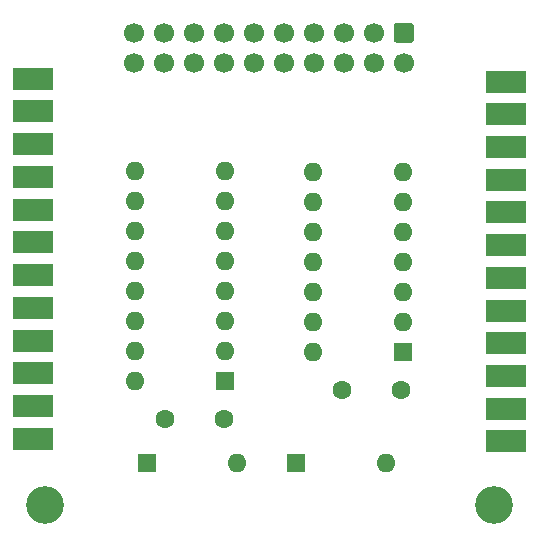
<source format=gbr>
%TF.GenerationSoftware,KiCad,Pcbnew,(5.1.9)-1*%
%TF.CreationDate,2021-07-27T22:16:15-04:00*%
%TF.ProjectId,Amiga2MacFloppy,416d6967-6132-44d6-9163-466c6f707079,1.0*%
%TF.SameCoordinates,Original*%
%TF.FileFunction,Soldermask,Top*%
%TF.FilePolarity,Negative*%
%FSLAX46Y46*%
G04 Gerber Fmt 4.6, Leading zero omitted, Abs format (unit mm)*
G04 Created by KiCad (PCBNEW (5.1.9)-1) date 2021-07-27 22:16:15*
%MOMM*%
%LPD*%
G01*
G04 APERTURE LIST*
%ADD10R,3.480000X1.846667*%
%ADD11O,1.600000X1.600000*%
%ADD12R,1.600000X1.600000*%
%ADD13C,1.600000*%
%ADD14C,3.200000*%
%ADD15C,1.700000*%
G04 APERTURE END LIST*
D10*
%TO.C,J3*%
X158468000Y-120289000D03*
X158468000Y-117519000D03*
X158468000Y-114749000D03*
X158468000Y-111979000D03*
X158468000Y-109209000D03*
X158468000Y-106439000D03*
X158468000Y-103669000D03*
X158468000Y-100899000D03*
X158468000Y-98129000D03*
X158468000Y-95359000D03*
X158468000Y-92589000D03*
X158468000Y-89819000D03*
%TD*%
%TO.C,J1*%
X118444000Y-89580000D03*
X118444000Y-92350000D03*
X118444000Y-95120000D03*
X118444000Y-97890000D03*
X118444000Y-100660000D03*
X118444000Y-103430000D03*
X118444000Y-106200000D03*
X118444000Y-108970000D03*
X118444000Y-111740000D03*
X118444000Y-114510000D03*
X118444000Y-117280000D03*
X118444000Y-120050000D03*
%TD*%
D11*
%TO.C,D2*%
X148288000Y-122093000D03*
D12*
X140668000Y-122093000D03*
%TD*%
D11*
%TO.C,D1*%
X135688000Y-122093000D03*
D12*
X128068000Y-122093000D03*
%TD*%
D13*
%TO.C,C1*%
X134568000Y-118393000D03*
X129568000Y-118393000D03*
%TD*%
%TO.C,C2*%
X149568000Y-115893000D03*
X144568000Y-115893000D03*
%TD*%
D14*
%TO.C,Hole2*%
X157468000Y-125693000D03*
%TD*%
%TO.C,Hole1*%
X119468000Y-125693000D03*
%TD*%
D15*
%TO.C,J2*%
X126940000Y-88233000D03*
X129480000Y-88233000D03*
X132020000Y-88233000D03*
X134560000Y-88233000D03*
X137100000Y-88233000D03*
X139640000Y-88233000D03*
X142180000Y-88233000D03*
X144720000Y-88233000D03*
X147260000Y-88233000D03*
X149800000Y-88233000D03*
X126940000Y-85693000D03*
X129480000Y-85693000D03*
X132020000Y-85693000D03*
X134560000Y-85693000D03*
X137100000Y-85693000D03*
X139640000Y-85693000D03*
X142180000Y-85693000D03*
X144720000Y-85693000D03*
X147260000Y-85693000D03*
G36*
G01*
X149200000Y-84843000D02*
X150400000Y-84843000D01*
G75*
G02*
X150650000Y-85093000I0J-250000D01*
G01*
X150650000Y-86293000D01*
G75*
G02*
X150400000Y-86543000I-250000J0D01*
G01*
X149200000Y-86543000D01*
G75*
G02*
X148950000Y-86293000I0J250000D01*
G01*
X148950000Y-85093000D01*
G75*
G02*
X149200000Y-84843000I250000J0D01*
G01*
G37*
%TD*%
D11*
%TO.C,U2*%
X142137000Y-112684000D03*
X149757000Y-97444000D03*
X142137000Y-110144000D03*
X149757000Y-99984000D03*
X142137000Y-107604000D03*
X149757000Y-102524000D03*
X142137000Y-105064000D03*
X149757000Y-105064000D03*
X142137000Y-102524000D03*
X149757000Y-107604000D03*
X142137000Y-99984000D03*
X149757000Y-110144000D03*
X142137000Y-97444000D03*
D12*
X149757000Y-112684000D03*
%TD*%
D11*
%TO.C,U1*%
X127054000Y-115168000D03*
X134674000Y-97388000D03*
X127054000Y-112628000D03*
X134674000Y-99928000D03*
X127054000Y-110088000D03*
X134674000Y-102468000D03*
X127054000Y-107548000D03*
X134674000Y-105008000D03*
X127054000Y-105008000D03*
X134674000Y-107548000D03*
X127054000Y-102468000D03*
X134674000Y-110088000D03*
X127054000Y-99928000D03*
X134674000Y-112628000D03*
X127054000Y-97388000D03*
D12*
X134674000Y-115168000D03*
%TD*%
M02*

</source>
